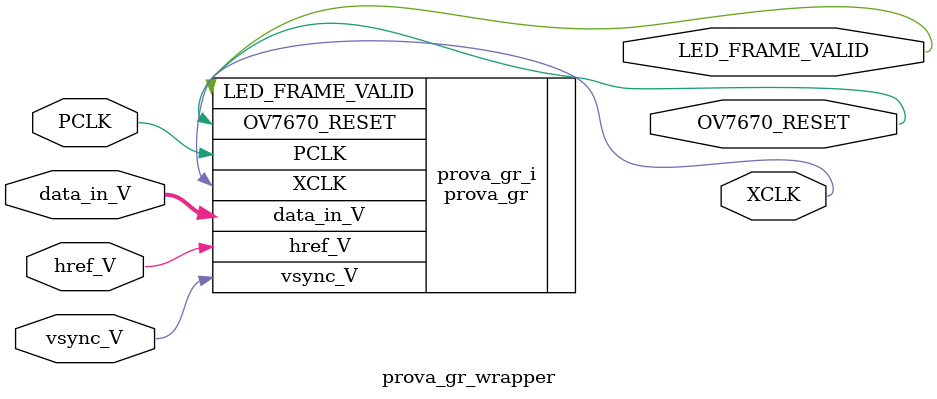
<source format=v>
`timescale 1 ps / 1 ps

module prova_gr_wrapper
   (LED_FRAME_VALID,
    OV7670_RESET,
    PCLK,
    XCLK,
    data_in_V,
    href_V,
    vsync_V);
  output [0:0]LED_FRAME_VALID;
  output [0:0]OV7670_RESET;
  input PCLK;
  output XCLK;
  input [7:0]data_in_V;
  input [0:0]href_V;
  input [0:0]vsync_V;

  wire [0:0]LED_FRAME_VALID;
  wire [0:0]OV7670_RESET;
  wire PCLK;
  wire XCLK;
  wire [7:0]data_in_V;
  wire [0:0]href_V;
  wire [0:0]vsync_V;

  prova_gr prova_gr_i
       (.LED_FRAME_VALID(LED_FRAME_VALID),
        .OV7670_RESET(OV7670_RESET),
        .PCLK(PCLK),
        .XCLK(XCLK),
        .data_in_V(data_in_V),
        .href_V(href_V),
        .vsync_V(vsync_V));
endmodule

</source>
